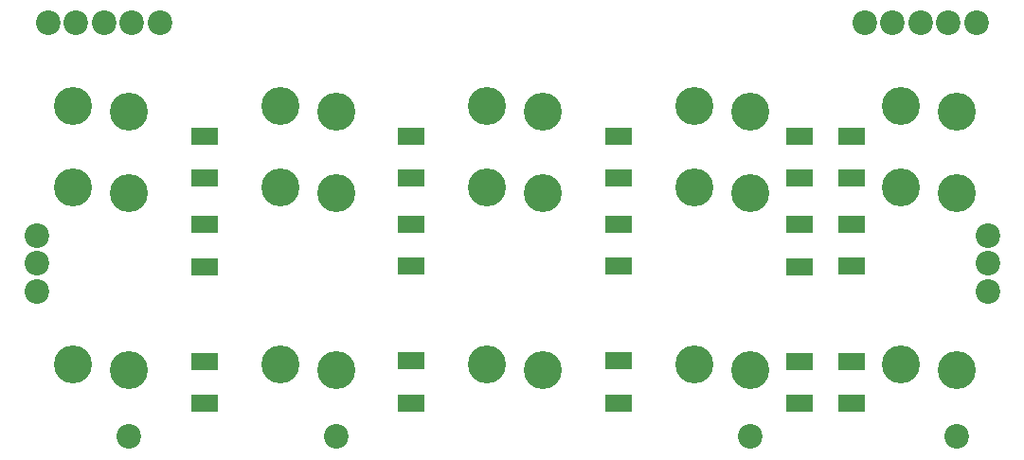
<source format=gts>
G04 #@! TF.FileFunction,Soldermask,Top*
%FSLAX46Y46*%
G04 Gerber Fmt 4.6, Leading zero omitted, Abs format (unit mm)*
G04 Created by KiCad (PCBNEW 4.0.1-stable) date Sunday, May 29, 2016 'PMt' 06:37:48 PM*
%MOMM*%
G01*
G04 APERTURE LIST*
%ADD10C,0.100000*%
%ADD11R,2.400000X1.650000*%
%ADD12C,2.200000*%
%ADD13C,3.400000*%
G04 APERTURE END LIST*
D10*
D11*
X17000000Y-16850000D03*
X17000000Y-13100000D03*
X35500000Y-16850000D03*
X35500000Y-13100000D03*
X54000000Y-16850000D03*
X54000000Y-13100000D03*
X70200000Y-16850000D03*
X70200000Y-13100000D03*
X74800000Y-16850000D03*
X74800000Y-13100000D03*
X17000000Y-24775000D03*
X17000000Y-21025000D03*
X35500000Y-24750000D03*
X35500000Y-21000000D03*
X54000000Y-24750000D03*
X54000000Y-21000000D03*
X70200000Y-24775000D03*
X70200000Y-21025000D03*
X74800000Y-24750000D03*
X74800000Y-21000000D03*
X17000000Y-33250000D03*
X17000000Y-37000000D03*
X35500000Y-33225000D03*
X35500000Y-36975000D03*
X54000000Y-33225000D03*
X54000000Y-36975000D03*
X70200000Y-33250000D03*
X70200000Y-37000000D03*
X74800000Y-33250000D03*
X74800000Y-37000000D03*
D12*
X84250000Y-40000000D03*
X65750000Y-40000000D03*
X28750000Y-40000000D03*
X10250000Y-40000000D03*
X86000000Y-3000000D03*
X83500000Y-3000000D03*
X81000000Y-3000000D03*
X78500000Y-3000000D03*
X76000000Y-3000000D03*
X13000000Y-3000000D03*
X10500000Y-3000000D03*
X8000000Y-3000000D03*
X5500000Y-3000000D03*
X3000000Y-3000000D03*
X87000000Y-22000000D03*
X87000000Y-24500000D03*
X2000000Y-22000000D03*
X2000000Y-24500000D03*
D13*
X84250000Y-34000000D03*
X65750000Y-34000000D03*
X47250000Y-34000000D03*
X28750000Y-34000000D03*
X79250000Y-33500000D03*
X60750000Y-33500000D03*
X42250000Y-33500000D03*
X23750000Y-33500000D03*
X84250000Y-18200000D03*
X65750000Y-18200000D03*
X47250000Y-18200000D03*
X28750000Y-18200000D03*
X79250000Y-17700000D03*
X60750000Y-17700000D03*
X42250000Y-17700000D03*
X23750000Y-17700000D03*
X79250000Y-10400000D03*
X60750000Y-10400000D03*
X42250000Y-10400000D03*
X23750000Y-10400000D03*
X84250000Y-10900000D03*
X65750000Y-10900000D03*
X47250000Y-10900000D03*
X28750000Y-10900000D03*
X5250000Y-10400000D03*
X5250000Y-17700000D03*
X10250000Y-10900000D03*
X10250000Y-18200000D03*
X10250000Y-34000000D03*
X5250000Y-33500000D03*
D12*
X87000000Y-27000000D03*
X2000000Y-27000000D03*
M02*

</source>
